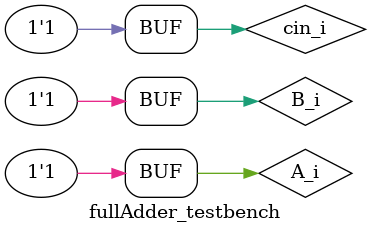
<source format=sv>
`timescale 1ns/10ps

module fullAdder(sum_o, co_o, cin_i, A_i, B_i);
	input logic A_i, B_i, cin_i;
	output logic sum_o;
	output logic co_o;
	
	// calculate carryout
	logic AB, AC, BC;
	and andGate (AB, A_i, B_i);
	and andGate2 (AC, A_i, cin_i);
	and andGate3 (BC, B_i, cin_i);
	or carryout (co_o, AB, AC, BC);
	
	// calculate sum
	xor sum (sum_o, A_i, B_i, cin_i);
	
endmodule

module fullAdder_testbench;
	logic A_i;
	logic B_i;
	logic cin_i;
	
	integer i;
	initial begin	
		for (int i = 0; i < 8; i++) begin
			{cin_i, B_i, A_i} = i; #10;
		end
	end
	
	fullAdder dut(.cin_i, .A_i, .B_i);	
endmodule








</source>
